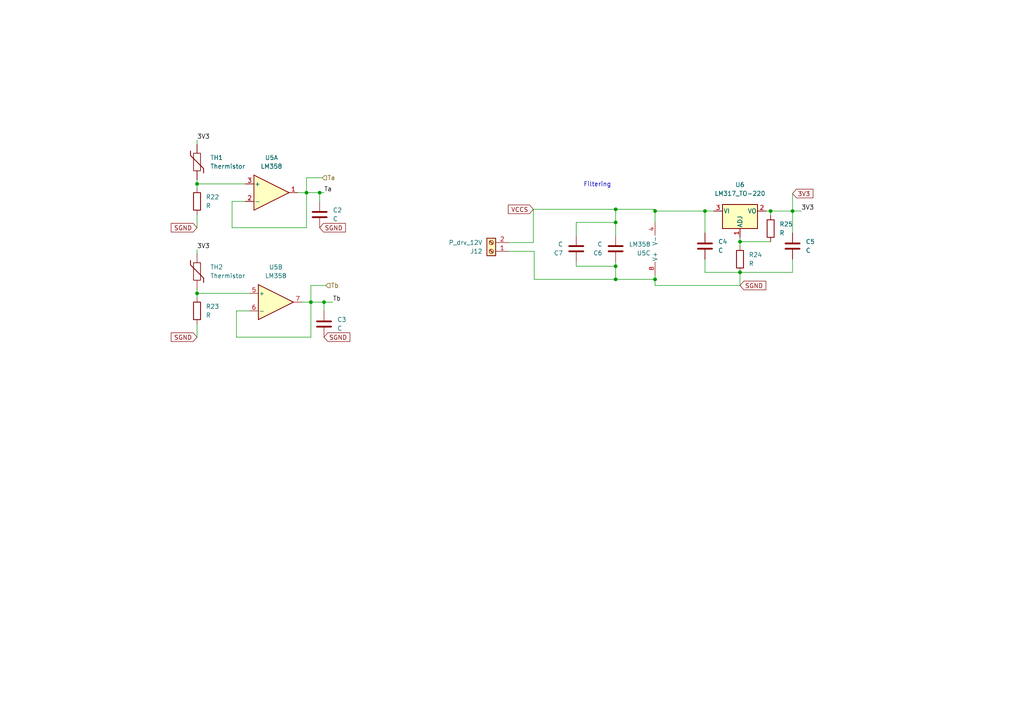
<source format=kicad_sch>
(kicad_sch (version 20211123) (generator eeschema)

  (uuid cc4f50b4-a363-4ba0-9d8d-292ffde21883)

  (paper "A4")

  (title_block
    (title "Driver_board 3 phase inverter 6 Channel")
    (date "2022-09-01")
    (rev "2")
    (company "Designed By - Yawar Badri")
    (comment 3 "600V | 1200V | 600V")
  )

  (lib_symbols
    (symbol "Amplifier_Operational:LM358" (pin_names (offset 0.127)) (in_bom yes) (on_board yes)
      (property "Reference" "U" (id 0) (at 0 5.08 0)
        (effects (font (size 1.27 1.27)) (justify left))
      )
      (property "Value" "LM358" (id 1) (at 0 -5.08 0)
        (effects (font (size 1.27 1.27)) (justify left))
      )
      (property "Footprint" "" (id 2) (at 0 0 0)
        (effects (font (size 1.27 1.27)) hide)
      )
      (property "Datasheet" "http://www.ti.com/lit/ds/symlink/lm2904-n.pdf" (id 3) (at 0 0 0)
        (effects (font (size 1.27 1.27)) hide)
      )
      (property "ki_locked" "" (id 4) (at 0 0 0)
        (effects (font (size 1.27 1.27)))
      )
      (property "ki_keywords" "dual opamp" (id 5) (at 0 0 0)
        (effects (font (size 1.27 1.27)) hide)
      )
      (property "ki_description" "Low-Power, Dual Operational Amplifiers, DIP-8/SOIC-8/TO-99-8" (id 6) (at 0 0 0)
        (effects (font (size 1.27 1.27)) hide)
      )
      (property "ki_fp_filters" "SOIC*3.9x4.9mm*P1.27mm* DIP*W7.62mm* TO*99* OnSemi*Micro8* TSSOP*3x3mm*P0.65mm* TSSOP*4.4x3mm*P0.65mm* MSOP*3x3mm*P0.65mm* SSOP*3.9x4.9mm*P0.635mm* LFCSP*2x2mm*P0.5mm* *SIP* SOIC*5.3x6.2mm*P1.27mm*" (id 7) (at 0 0 0)
        (effects (font (size 1.27 1.27)) hide)
      )
      (symbol "LM358_1_1"
        (polyline
          (pts
            (xy -5.08 5.08)
            (xy 5.08 0)
            (xy -5.08 -5.08)
            (xy -5.08 5.08)
          )
          (stroke (width 0.254) (type default) (color 0 0 0 0))
          (fill (type background))
        )
        (pin output line (at 7.62 0 180) (length 2.54)
          (name "~" (effects (font (size 1.27 1.27))))
          (number "1" (effects (font (size 1.27 1.27))))
        )
        (pin input line (at -7.62 -2.54 0) (length 2.54)
          (name "-" (effects (font (size 1.27 1.27))))
          (number "2" (effects (font (size 1.27 1.27))))
        )
        (pin input line (at -7.62 2.54 0) (length 2.54)
          (name "+" (effects (font (size 1.27 1.27))))
          (number "3" (effects (font (size 1.27 1.27))))
        )
      )
      (symbol "LM358_2_1"
        (polyline
          (pts
            (xy -5.08 5.08)
            (xy 5.08 0)
            (xy -5.08 -5.08)
            (xy -5.08 5.08)
          )
          (stroke (width 0.254) (type default) (color 0 0 0 0))
          (fill (type background))
        )
        (pin input line (at -7.62 2.54 0) (length 2.54)
          (name "+" (effects (font (size 1.27 1.27))))
          (number "5" (effects (font (size 1.27 1.27))))
        )
        (pin input line (at -7.62 -2.54 0) (length 2.54)
          (name "-" (effects (font (size 1.27 1.27))))
          (number "6" (effects (font (size 1.27 1.27))))
        )
        (pin output line (at 7.62 0 180) (length 2.54)
          (name "~" (effects (font (size 1.27 1.27))))
          (number "7" (effects (font (size 1.27 1.27))))
        )
      )
      (symbol "LM358_3_1"
        (pin power_in line (at -2.54 -7.62 90) (length 3.81)
          (name "V-" (effects (font (size 1.27 1.27))))
          (number "4" (effects (font (size 1.27 1.27))))
        )
        (pin power_in line (at -2.54 7.62 270) (length 3.81)
          (name "V+" (effects (font (size 1.27 1.27))))
          (number "8" (effects (font (size 1.27 1.27))))
        )
      )
    )
    (symbol "Connector:Screw_Terminal_01x02" (pin_names (offset 1.016) hide) (in_bom yes) (on_board yes)
      (property "Reference" "J" (id 0) (at 0 2.54 0)
        (effects (font (size 1.27 1.27)))
      )
      (property "Value" "Screw_Terminal_01x02" (id 1) (at 0 -5.08 0)
        (effects (font (size 1.27 1.27)))
      )
      (property "Footprint" "" (id 2) (at 0 0 0)
        (effects (font (size 1.27 1.27)) hide)
      )
      (property "Datasheet" "~" (id 3) (at 0 0 0)
        (effects (font (size 1.27 1.27)) hide)
      )
      (property "ki_keywords" "screw terminal" (id 4) (at 0 0 0)
        (effects (font (size 1.27 1.27)) hide)
      )
      (property "ki_description" "Generic screw terminal, single row, 01x02, script generated (kicad-library-utils/schlib/autogen/connector/)" (id 5) (at 0 0 0)
        (effects (font (size 1.27 1.27)) hide)
      )
      (property "ki_fp_filters" "TerminalBlock*:*" (id 6) (at 0 0 0)
        (effects (font (size 1.27 1.27)) hide)
      )
      (symbol "Screw_Terminal_01x02_1_1"
        (rectangle (start -1.27 1.27) (end 1.27 -3.81)
          (stroke (width 0.254) (type default) (color 0 0 0 0))
          (fill (type background))
        )
        (circle (center 0 -2.54) (radius 0.635)
          (stroke (width 0.1524) (type default) (color 0 0 0 0))
          (fill (type none))
        )
        (polyline
          (pts
            (xy -0.5334 -2.2098)
            (xy 0.3302 -3.048)
          )
          (stroke (width 0.1524) (type default) (color 0 0 0 0))
          (fill (type none))
        )
        (polyline
          (pts
            (xy -0.5334 0.3302)
            (xy 0.3302 -0.508)
          )
          (stroke (width 0.1524) (type default) (color 0 0 0 0))
          (fill (type none))
        )
        (polyline
          (pts
            (xy -0.3556 -2.032)
            (xy 0.508 -2.8702)
          )
          (stroke (width 0.1524) (type default) (color 0 0 0 0))
          (fill (type none))
        )
        (polyline
          (pts
            (xy -0.3556 0.508)
            (xy 0.508 -0.3302)
          )
          (stroke (width 0.1524) (type default) (color 0 0 0 0))
          (fill (type none))
        )
        (circle (center 0 0) (radius 0.635)
          (stroke (width 0.1524) (type default) (color 0 0 0 0))
          (fill (type none))
        )
        (pin passive line (at -5.08 0 0) (length 3.81)
          (name "Pin_1" (effects (font (size 1.27 1.27))))
          (number "1" (effects (font (size 1.27 1.27))))
        )
        (pin passive line (at -5.08 -2.54 0) (length 3.81)
          (name "Pin_2" (effects (font (size 1.27 1.27))))
          (number "2" (effects (font (size 1.27 1.27))))
        )
      )
    )
    (symbol "Device:C" (pin_numbers hide) (pin_names (offset 0.254)) (in_bom yes) (on_board yes)
      (property "Reference" "C" (id 0) (at 0.635 2.54 0)
        (effects (font (size 1.27 1.27)) (justify left))
      )
      (property "Value" "C" (id 1) (at 0.635 -2.54 0)
        (effects (font (size 1.27 1.27)) (justify left))
      )
      (property "Footprint" "" (id 2) (at 0.9652 -3.81 0)
        (effects (font (size 1.27 1.27)) hide)
      )
      (property "Datasheet" "~" (id 3) (at 0 0 0)
        (effects (font (size 1.27 1.27)) hide)
      )
      (property "ki_keywords" "cap capacitor" (id 4) (at 0 0 0)
        (effects (font (size 1.27 1.27)) hide)
      )
      (property "ki_description" "Unpolarized capacitor" (id 5) (at 0 0 0)
        (effects (font (size 1.27 1.27)) hide)
      )
      (property "ki_fp_filters" "C_*" (id 6) (at 0 0 0)
        (effects (font (size 1.27 1.27)) hide)
      )
      (symbol "C_0_1"
        (polyline
          (pts
            (xy -2.032 -0.762)
            (xy 2.032 -0.762)
          )
          (stroke (width 0.508) (type default) (color 0 0 0 0))
          (fill (type none))
        )
        (polyline
          (pts
            (xy -2.032 0.762)
            (xy 2.032 0.762)
          )
          (stroke (width 0.508) (type default) (color 0 0 0 0))
          (fill (type none))
        )
      )
      (symbol "C_1_1"
        (pin passive line (at 0 3.81 270) (length 2.794)
          (name "~" (effects (font (size 1.27 1.27))))
          (number "1" (effects (font (size 1.27 1.27))))
        )
        (pin passive line (at 0 -3.81 90) (length 2.794)
          (name "~" (effects (font (size 1.27 1.27))))
          (number "2" (effects (font (size 1.27 1.27))))
        )
      )
    )
    (symbol "Device:R" (pin_numbers hide) (pin_names (offset 0)) (in_bom yes) (on_board yes)
      (property "Reference" "R" (id 0) (at 2.032 0 90)
        (effects (font (size 1.27 1.27)))
      )
      (property "Value" "R" (id 1) (at 0 0 90)
        (effects (font (size 1.27 1.27)))
      )
      (property "Footprint" "" (id 2) (at -1.778 0 90)
        (effects (font (size 1.27 1.27)) hide)
      )
      (property "Datasheet" "~" (id 3) (at 0 0 0)
        (effects (font (size 1.27 1.27)) hide)
      )
      (property "ki_keywords" "R res resistor" (id 4) (at 0 0 0)
        (effects (font (size 1.27 1.27)) hide)
      )
      (property "ki_description" "Resistor" (id 5) (at 0 0 0)
        (effects (font (size 1.27 1.27)) hide)
      )
      (property "ki_fp_filters" "R_*" (id 6) (at 0 0 0)
        (effects (font (size 1.27 1.27)) hide)
      )
      (symbol "R_0_1"
        (rectangle (start -1.016 -2.54) (end 1.016 2.54)
          (stroke (width 0.254) (type default) (color 0 0 0 0))
          (fill (type none))
        )
      )
      (symbol "R_1_1"
        (pin passive line (at 0 3.81 270) (length 1.27)
          (name "~" (effects (font (size 1.27 1.27))))
          (number "1" (effects (font (size 1.27 1.27))))
        )
        (pin passive line (at 0 -3.81 90) (length 1.27)
          (name "~" (effects (font (size 1.27 1.27))))
          (number "2" (effects (font (size 1.27 1.27))))
        )
      )
    )
    (symbol "Device:Thermistor" (pin_numbers hide) (pin_names (offset 0)) (in_bom yes) (on_board yes)
      (property "Reference" "TH" (id 0) (at 2.54 1.27 90)
        (effects (font (size 1.27 1.27)))
      )
      (property "Value" "Thermistor" (id 1) (at -2.54 0 90)
        (effects (font (size 1.27 1.27)) (justify bottom))
      )
      (property "Footprint" "" (id 2) (at 0 0 0)
        (effects (font (size 1.27 1.27)) hide)
      )
      (property "Datasheet" "~" (id 3) (at 0 0 0)
        (effects (font (size 1.27 1.27)) hide)
      )
      (property "ki_keywords" "R res thermistor" (id 4) (at 0 0 0)
        (effects (font (size 1.27 1.27)) hide)
      )
      (property "ki_description" "Temperature dependent resistor" (id 5) (at 0 0 0)
        (effects (font (size 1.27 1.27)) hide)
      )
      (property "ki_fp_filters" "R_*" (id 6) (at 0 0 0)
        (effects (font (size 1.27 1.27)) hide)
      )
      (symbol "Thermistor_0_1"
        (rectangle (start -1.016 2.54) (end 1.016 -2.54)
          (stroke (width 0.2032) (type default) (color 0 0 0 0))
          (fill (type none))
        )
        (polyline
          (pts
            (xy -1.905 3.175)
            (xy -1.905 1.905)
            (xy 1.905 -1.905)
            (xy 1.905 -3.175)
            (xy 1.905 -3.175)
          )
          (stroke (width 0.254) (type default) (color 0 0 0 0))
          (fill (type none))
        )
      )
      (symbol "Thermistor_1_1"
        (pin passive line (at 0 5.08 270) (length 2.54)
          (name "~" (effects (font (size 1.27 1.27))))
          (number "1" (effects (font (size 1.27 1.27))))
        )
        (pin passive line (at 0 -5.08 90) (length 2.54)
          (name "~" (effects (font (size 1.27 1.27))))
          (number "2" (effects (font (size 1.27 1.27))))
        )
      )
    )
    (symbol "Regulator_Linear:LM317_TO-220" (pin_names (offset 0.254)) (in_bom yes) (on_board yes)
      (property "Reference" "U" (id 0) (at -3.81 3.175 0)
        (effects (font (size 1.27 1.27)))
      )
      (property "Value" "LM317_TO-220" (id 1) (at 0 3.175 0)
        (effects (font (size 1.27 1.27)) (justify left))
      )
      (property "Footprint" "Package_TO_SOT_THT:TO-220-3_Vertical" (id 2) (at 0 6.35 0)
        (effects (font (size 1.27 1.27) italic) hide)
      )
      (property "Datasheet" "http://www.ti.com/lit/ds/symlink/lm317.pdf" (id 3) (at 0 0 0)
        (effects (font (size 1.27 1.27)) hide)
      )
      (property "ki_keywords" "Adjustable Voltage Regulator 1A Positive" (id 4) (at 0 0 0)
        (effects (font (size 1.27 1.27)) hide)
      )
      (property "ki_description" "1.5A 35V Adjustable Linear Regulator, TO-220" (id 5) (at 0 0 0)
        (effects (font (size 1.27 1.27)) hide)
      )
      (property "ki_fp_filters" "TO?220*" (id 6) (at 0 0 0)
        (effects (font (size 1.27 1.27)) hide)
      )
      (symbol "LM317_TO-220_0_1"
        (rectangle (start -5.08 1.905) (end 5.08 -5.08)
          (stroke (width 0.254) (type default) (color 0 0 0 0))
          (fill (type background))
        )
      )
      (symbol "LM317_TO-220_1_1"
        (pin input line (at 0 -7.62 90) (length 2.54)
          (name "ADJ" (effects (font (size 1.27 1.27))))
          (number "1" (effects (font (size 1.27 1.27))))
        )
        (pin power_out line (at 7.62 0 180) (length 2.54)
          (name "VO" (effects (font (size 1.27 1.27))))
          (number "2" (effects (font (size 1.27 1.27))))
        )
        (pin power_in line (at -7.62 0 0) (length 2.54)
          (name "VI" (effects (font (size 1.27 1.27))))
          (number "3" (effects (font (size 1.27 1.27))))
        )
      )
    )
  )

  (junction (at 57.15 85.09) (diameter 0) (color 0 0 0 0)
    (uuid 019433e6-3388-4578-9669-351c22b53bc0)
  )
  (junction (at 178.562 81.026) (diameter 0) (color 0 0 0 0)
    (uuid 0d536ac8-49a3-454e-8ec8-c21ffc728df1)
  )
  (junction (at 178.562 60.706) (diameter 0) (color 0 0 0 0)
    (uuid 1238f270-d130-4535-ac12-8c4be7fb69a8)
  )
  (junction (at 93.98 87.63) (diameter 0) (color 0 0 0 0)
    (uuid 339e7178-d6cb-4b8b-9672-a9d66661e8d9)
  )
  (junction (at 223.52 61.214) (diameter 0) (color 0 0 0 0)
    (uuid 379ed6d1-bb5f-4539-aa89-b62a72b56ddb)
  )
  (junction (at 229.87 61.214) (diameter 0) (color 0 0 0 0)
    (uuid 48c7f521-89cd-40f4-81af-54f58e8863d8)
  )
  (junction (at 88.9 55.88) (diameter 0) (color 0 0 0 0)
    (uuid 4d9e036b-f019-4a6d-8a1e-31acd2da9c38)
  )
  (junction (at 92.71 55.88) (diameter 0) (color 0 0 0 0)
    (uuid 4e92f854-9924-4b75-ba05-0cda66ece730)
  )
  (junction (at 57.15 53.34) (diameter 0) (color 0 0 0 0)
    (uuid 4e930eb5-98fa-430c-91fa-56a17722aebc)
  )
  (junction (at 204.47 61.214) (diameter 0) (color 0 0 0 0)
    (uuid 54abe001-91ba-4e6d-ace7-7bef496ad2ea)
  )
  (junction (at 189.992 81.026) (diameter 0) (color 0 0 0 0)
    (uuid 54dbe6ec-a95f-44cf-a517-b2932a396bd4)
  )
  (junction (at 178.562 77.216) (diameter 0) (color 0 0 0 0)
    (uuid 6869b4af-92d3-4f38-a5aa-905a97a6f751)
  )
  (junction (at 178.562 64.516) (diameter 0) (color 0 0 0 0)
    (uuid 757890b9-9217-4f19-bba4-7a684cebc847)
  )
  (junction (at 189.992 61.214) (diameter 0) (color 0 0 0 0)
    (uuid 951f66a6-5f53-47ee-a061-821397f5b2d6)
  )
  (junction (at 90.17 87.63) (diameter 0) (color 0 0 0 0)
    (uuid af270e44-c94e-498b-b3a2-28aa27611166)
  )
  (junction (at 214.63 70.104) (diameter 0) (color 0 0 0 0)
    (uuid cbadd214-4d0e-4df7-abce-caaba3397faa)
  )
  (junction (at 214.63 78.994) (diameter 0) (color 0 0 0 0)
    (uuid cfd2e184-88d3-49ea-ace1-5d95369e1980)
  )

  (wire (pts (xy 94.488 82.804) (xy 90.17 82.804))
    (stroke (width 0) (type default) (color 0 0 0 0))
    (uuid 011f128d-dc10-46a5-af09-3b8c96a2f5ba)
  )
  (wire (pts (xy 204.47 75.184) (xy 204.47 78.994))
    (stroke (width 0) (type default) (color 0 0 0 0))
    (uuid 07cf19eb-82c9-49ba-a926-088006ee3855)
  )
  (wire (pts (xy 214.63 82.804) (xy 189.992 82.804))
    (stroke (width 0) (type default) (color 0 0 0 0))
    (uuid 08c0d965-2f5e-4ada-b140-db3302bf53d3)
  )
  (wire (pts (xy 147.574 72.898) (xy 154.94 72.898))
    (stroke (width 0) (type default) (color 0 0 0 0))
    (uuid 0a85ff96-ed91-4cfd-9cfb-0696de7df8ce)
  )
  (wire (pts (xy 154.686 60.706) (xy 154.686 70.358))
    (stroke (width 0) (type default) (color 0 0 0 0))
    (uuid 0a8f8a4f-8ec9-4b11-be94-fd8e3caf582e)
  )
  (wire (pts (xy 88.9 55.88) (xy 86.36 55.88))
    (stroke (width 0) (type default) (color 0 0 0 0))
    (uuid 10628458-148c-4105-8539-2da6d57908f9)
  )
  (wire (pts (xy 229.87 61.214) (xy 232.41 61.214))
    (stroke (width 0) (type default) (color 0 0 0 0))
    (uuid 13d23c4d-fd30-472e-962f-8ef7ab44774f)
  )
  (wire (pts (xy 57.15 72.39) (xy 57.15 73.66))
    (stroke (width 0) (type default) (color 0 0 0 0))
    (uuid 17d943a8-b543-4925-bb84-d71a3fae1442)
  )
  (wire (pts (xy 214.63 70.104) (xy 223.52 70.104))
    (stroke (width 0) (type default) (color 0 0 0 0))
    (uuid 1814b5d2-c29b-4106-84e1-2087368f767e)
  )
  (wire (pts (xy 229.87 75.184) (xy 229.87 78.994))
    (stroke (width 0) (type default) (color 0 0 0 0))
    (uuid 1d212e42-129c-48f5-abb2-ddd0e20faa6f)
  )
  (wire (pts (xy 68.58 90.17) (xy 68.58 97.79))
    (stroke (width 0) (type default) (color 0 0 0 0))
    (uuid 1d934b79-4091-4bcf-9ef7-7d7140fb989e)
  )
  (wire (pts (xy 57.15 85.09) (xy 57.15 86.36))
    (stroke (width 0) (type default) (color 0 0 0 0))
    (uuid 21b5b696-8e6b-4b37-87fb-eee6f8953bdc)
  )
  (wire (pts (xy 57.15 53.34) (xy 57.15 54.61))
    (stroke (width 0) (type default) (color 0 0 0 0))
    (uuid 280c0c95-d825-4ad1-821d-8c62492a72d8)
  )
  (wire (pts (xy 204.47 61.214) (xy 207.01 61.214))
    (stroke (width 0) (type default) (color 0 0 0 0))
    (uuid 2905bf67-283d-4098-aeb1-7bd5f1d12ef0)
  )
  (wire (pts (xy 223.52 61.214) (xy 229.87 61.214))
    (stroke (width 0) (type default) (color 0 0 0 0))
    (uuid 2b60c6bf-e595-4baf-943c-600306e0133f)
  )
  (wire (pts (xy 57.15 52.07) (xy 57.15 53.34))
    (stroke (width 0) (type default) (color 0 0 0 0))
    (uuid 36ffa143-035e-4f0a-a26f-6db1748a9e88)
  )
  (wire (pts (xy 178.562 64.516) (xy 167.132 64.516))
    (stroke (width 0) (type default) (color 0 0 0 0))
    (uuid 37bc3c92-36cc-456d-979e-291e6e470ba0)
  )
  (wire (pts (xy 229.87 61.214) (xy 229.87 67.564))
    (stroke (width 0) (type default) (color 0 0 0 0))
    (uuid 380e93be-a23c-4191-ac9e-352d2723eba1)
  )
  (wire (pts (xy 90.17 97.79) (xy 90.17 87.63))
    (stroke (width 0) (type default) (color 0 0 0 0))
    (uuid 3be91be7-acf7-4349-b79d-7710de765c53)
  )
  (wire (pts (xy 222.25 61.214) (xy 223.52 61.214))
    (stroke (width 0) (type default) (color 0 0 0 0))
    (uuid 427b8cd1-5749-400a-bc39-15bd5913f798)
  )
  (wire (pts (xy 214.63 82.804) (xy 214.63 78.994))
    (stroke (width 0) (type default) (color 0 0 0 0))
    (uuid 4324c57a-0c1a-4eb7-b32e-65937a6c0e46)
  )
  (wire (pts (xy 167.132 64.516) (xy 167.132 68.326))
    (stroke (width 0) (type default) (color 0 0 0 0))
    (uuid 4575719e-9555-44f1-96a8-0fd74f71b490)
  )
  (wire (pts (xy 178.562 81.026) (xy 178.562 77.216))
    (stroke (width 0) (type default) (color 0 0 0 0))
    (uuid 463216db-6ce4-4bc3-b911-4f398f30cd69)
  )
  (wire (pts (xy 204.47 61.214) (xy 204.47 67.564))
    (stroke (width 0) (type default) (color 0 0 0 0))
    (uuid 467473df-c6d6-48a9-8d48-7c7f74bc0e1e)
  )
  (wire (pts (xy 90.17 82.804) (xy 90.17 87.63))
    (stroke (width 0) (type default) (color 0 0 0 0))
    (uuid 4909eb18-dc20-4813-9983-1452e243ca71)
  )
  (wire (pts (xy 189.992 81.026) (xy 178.562 81.026))
    (stroke (width 0) (type default) (color 0 0 0 0))
    (uuid 4d296a3c-dfcf-492d-b542-b14965970d10)
  )
  (wire (pts (xy 214.63 70.104) (xy 214.63 68.834))
    (stroke (width 0) (type default) (color 0 0 0 0))
    (uuid 4e28edef-2117-40b5-8ceb-0a8f9d13f7ad)
  )
  (wire (pts (xy 57.15 93.98) (xy 57.15 97.79))
    (stroke (width 0) (type default) (color 0 0 0 0))
    (uuid 50cd41a3-9505-441b-b3c7-29292d64f994)
  )
  (wire (pts (xy 223.52 62.484) (xy 223.52 61.214))
    (stroke (width 0) (type default) (color 0 0 0 0))
    (uuid 56711ac4-81b6-43ac-9174-c09a34ffd810)
  )
  (wire (pts (xy 87.63 87.63) (xy 90.17 87.63))
    (stroke (width 0) (type default) (color 0 0 0 0))
    (uuid 5fe32b11-9bb1-4f56-8aab-eff76df890ba)
  )
  (wire (pts (xy 178.562 60.706) (xy 154.686 60.706))
    (stroke (width 0) (type default) (color 0 0 0 0))
    (uuid 66dc878d-fa12-420a-bdab-0b0d34186c87)
  )
  (wire (pts (xy 68.58 97.79) (xy 90.17 97.79))
    (stroke (width 0) (type default) (color 0 0 0 0))
    (uuid 76c583b8-db31-41ff-8640-ddf3cf9eb694)
  )
  (wire (pts (xy 57.15 83.82) (xy 57.15 85.09))
    (stroke (width 0) (type default) (color 0 0 0 0))
    (uuid 797b2bba-368f-49f9-9ac7-52ffbea1eaaa)
  )
  (wire (pts (xy 88.9 55.88) (xy 92.71 55.88))
    (stroke (width 0) (type default) (color 0 0 0 0))
    (uuid 82d88679-d852-43ea-9a97-80a191fee616)
  )
  (wire (pts (xy 90.17 87.63) (xy 93.98 87.63))
    (stroke (width 0) (type default) (color 0 0 0 0))
    (uuid 83275213-e85f-4d09-a6f1-7ce90bac8f58)
  )
  (wire (pts (xy 72.39 90.17) (xy 68.58 90.17))
    (stroke (width 0) (type default) (color 0 0 0 0))
    (uuid 895ee66a-0c77-4eb7-8972-b23860bc619c)
  )
  (wire (pts (xy 92.71 55.88) (xy 92.71 58.42))
    (stroke (width 0) (type default) (color 0 0 0 0))
    (uuid 8c28c87e-cf25-4e32-b913-171f985e4e59)
  )
  (wire (pts (xy 67.31 66.04) (xy 88.9 66.04))
    (stroke (width 0) (type default) (color 0 0 0 0))
    (uuid 8d3c2cda-2844-4b35-af2c-cfafce571928)
  )
  (wire (pts (xy 167.132 75.946) (xy 167.132 77.216))
    (stroke (width 0) (type default) (color 0 0 0 0))
    (uuid 91aa664e-247c-4429-957d-92a4d6dae749)
  )
  (wire (pts (xy 189.992 64.516) (xy 189.992 61.214))
    (stroke (width 0) (type default) (color 0 0 0 0))
    (uuid 944927b0-15ba-4005-b70a-69c2f39291ba)
  )
  (wire (pts (xy 178.562 64.516) (xy 178.562 60.706))
    (stroke (width 0) (type default) (color 0 0 0 0))
    (uuid 9a3ad477-cd5d-4e76-b39a-73d30c484a9b)
  )
  (wire (pts (xy 57.15 62.23) (xy 57.15 66.04))
    (stroke (width 0) (type default) (color 0 0 0 0))
    (uuid 9a8f5b28-c79d-4283-b537-f5a58b776cdd)
  )
  (wire (pts (xy 88.9 66.04) (xy 88.9 55.88))
    (stroke (width 0) (type default) (color 0 0 0 0))
    (uuid 9c415f79-d6c0-43eb-adae-5f097d2d46f6)
  )
  (wire (pts (xy 57.15 40.64) (xy 57.15 41.91))
    (stroke (width 0) (type default) (color 0 0 0 0))
    (uuid 9d454a13-7648-49b5-95a1-c3530dcad17c)
  )
  (wire (pts (xy 93.472 51.562) (xy 88.9 51.562))
    (stroke (width 0) (type default) (color 0 0 0 0))
    (uuid 9d946fa7-4855-4433-9821-5620ab086af0)
  )
  (wire (pts (xy 178.562 77.216) (xy 167.132 77.216))
    (stroke (width 0) (type default) (color 0 0 0 0))
    (uuid 9db7ac87-4ceb-48ad-99d3-c464a3218bd3)
  )
  (wire (pts (xy 189.992 61.214) (xy 204.47 61.214))
    (stroke (width 0) (type default) (color 0 0 0 0))
    (uuid 9fc71794-bd34-404f-b2bf-fbd99c091ff8)
  )
  (wire (pts (xy 92.71 55.88) (xy 93.98 55.88))
    (stroke (width 0) (type default) (color 0 0 0 0))
    (uuid a092a166-c25a-49f4-8097-9b82cb46f834)
  )
  (wire (pts (xy 189.992 82.804) (xy 189.992 81.026))
    (stroke (width 0) (type default) (color 0 0 0 0))
    (uuid a4182c8a-c738-4690-9ae8-95871d12ff39)
  )
  (wire (pts (xy 214.63 71.374) (xy 214.63 70.104))
    (stroke (width 0) (type default) (color 0 0 0 0))
    (uuid af4782b6-37a5-400f-8446-daf53b8807d6)
  )
  (wire (pts (xy 71.12 58.42) (xy 67.31 58.42))
    (stroke (width 0) (type default) (color 0 0 0 0))
    (uuid b2f9c84d-46f0-43f9-8075-21df8a0ed5e4)
  )
  (wire (pts (xy 178.562 77.216) (xy 178.562 75.946))
    (stroke (width 0) (type default) (color 0 0 0 0))
    (uuid b902170c-fe31-4581-ae95-007f6338c1c8)
  )
  (wire (pts (xy 57.15 53.34) (xy 71.12 53.34))
    (stroke (width 0) (type default) (color 0 0 0 0))
    (uuid b9d0f9a7-ed10-4cf9-bf05-10cef4497ca0)
  )
  (wire (pts (xy 88.9 51.562) (xy 88.9 55.88))
    (stroke (width 0) (type default) (color 0 0 0 0))
    (uuid bb456900-7812-498b-bf90-872c89cf6112)
  )
  (wire (pts (xy 154.94 81.026) (xy 178.562 81.026))
    (stroke (width 0) (type default) (color 0 0 0 0))
    (uuid c2315530-2ebd-4678-8598-7f44928cfd46)
  )
  (wire (pts (xy 93.98 87.63) (xy 96.52 87.63))
    (stroke (width 0) (type default) (color 0 0 0 0))
    (uuid c651fcf0-ca8b-4b73-8a14-8546c5689bea)
  )
  (wire (pts (xy 189.992 79.756) (xy 189.992 81.026))
    (stroke (width 0) (type default) (color 0 0 0 0))
    (uuid c78b067f-13d3-430f-81cb-6e46629034f5)
  )
  (wire (pts (xy 57.15 85.09) (xy 72.39 85.09))
    (stroke (width 0) (type default) (color 0 0 0 0))
    (uuid c920d119-6bc0-4064-bab1-3c0da87f505e)
  )
  (wire (pts (xy 214.63 78.994) (xy 229.87 78.994))
    (stroke (width 0) (type default) (color 0 0 0 0))
    (uuid cc2710ed-e80f-497b-9895-92a432c1c203)
  )
  (wire (pts (xy 67.31 58.42) (xy 67.31 66.04))
    (stroke (width 0) (type default) (color 0 0 0 0))
    (uuid ce2fa103-7904-4b11-a46b-6ec0fe088476)
  )
  (wire (pts (xy 229.87 56.134) (xy 229.87 61.214))
    (stroke (width 0) (type default) (color 0 0 0 0))
    (uuid d31d5adc-be2b-45ec-ab75-41adfbe8ed4b)
  )
  (wire (pts (xy 93.98 87.63) (xy 93.98 90.17))
    (stroke (width 0) (type default) (color 0 0 0 0))
    (uuid d491adb3-06be-4476-bb1c-f84edf5f102a)
  )
  (wire (pts (xy 154.94 72.898) (xy 154.94 81.026))
    (stroke (width 0) (type default) (color 0 0 0 0))
    (uuid dca8640e-c801-49c0-9749-d6c7ab12297f)
  )
  (wire (pts (xy 204.47 78.994) (xy 214.63 78.994))
    (stroke (width 0) (type default) (color 0 0 0 0))
    (uuid e0c18215-d259-4baf-8186-94dc11dae16f)
  )
  (wire (pts (xy 189.992 61.214) (xy 189.992 60.706))
    (stroke (width 0) (type default) (color 0 0 0 0))
    (uuid e59af27f-b8ee-44e2-86d2-3e8e595565da)
  )
  (wire (pts (xy 189.992 60.706) (xy 178.562 60.706))
    (stroke (width 0) (type default) (color 0 0 0 0))
    (uuid fb16d96e-12ab-4a14-8450-9bdcab8db452)
  )
  (wire (pts (xy 154.686 70.358) (xy 147.574 70.358))
    (stroke (width 0) (type default) (color 0 0 0 0))
    (uuid fd69110a-05fa-4a7a-b1a5-1c19e2f8f886)
  )
  (wire (pts (xy 178.562 68.326) (xy 178.562 64.516))
    (stroke (width 0) (type default) (color 0 0 0 0))
    (uuid ff81ce31-cf4c-4c66-b7c2-4a255e9a728f)
  )

  (text "Filtering" (at 177.292 54.356 180)
    (effects (font (size 1.27 1.27)) (justify right bottom))
    (uuid 755b1244-7c50-4016-9d5e-a6535cb2781e)
  )

  (label "3V3" (at 57.15 40.64 0)
    (effects (font (size 1.27 1.27)) (justify left bottom))
    (uuid 169c2e1d-d537-47c7-80c7-3b3605add8ca)
  )
  (label "Tb" (at 96.52 87.63 0)
    (effects (font (size 1.27 1.27)) (justify left bottom))
    (uuid 21463afe-4eb3-47bf-8efe-962c7632feb1)
  )
  (label "3V3" (at 232.41 61.214 0)
    (effects (font (size 1.27 1.27)) (justify left bottom))
    (uuid 2ed33713-452c-4a16-b30d-6a2848d8b9b1)
  )
  (label "3V3" (at 57.15 72.39 0)
    (effects (font (size 1.27 1.27)) (justify left bottom))
    (uuid a2d21cec-ffa8-42f0-b2d8-0098596274c9)
  )
  (label "Ta" (at 93.98 55.88 0)
    (effects (font (size 1.27 1.27)) (justify left bottom))
    (uuid a85af257-f182-40b1-8275-563807104dc8)
  )

  (global_label "SGND" (shape input) (at 214.63 82.804 0) (fields_autoplaced)
    (effects (font (size 1.27 1.27)) (justify left))
    (uuid 040dac4b-adc4-476b-b926-1aa642246048)
    (property "Intersheet References" "${INTERSHEET_REFS}" (id 0) (at 222.1231 82.7246 0)
      (effects (font (size 1.27 1.27)) (justify left) hide)
    )
  )
  (global_label "SGND" (shape input) (at 92.71 66.04 0) (fields_autoplaced)
    (effects (font (size 1.27 1.27)) (justify left))
    (uuid 0a12a52f-6ca6-4211-9412-50afee524f76)
    (property "Intersheet References" "${INTERSHEET_REFS}" (id 0) (at 100.2031 65.9606 0)
      (effects (font (size 1.27 1.27)) (justify left) hide)
    )
  )
  (global_label "VCCS" (shape input) (at 154.686 60.706 180) (fields_autoplaced)
    (effects (font (size 1.27 1.27)) (justify right))
    (uuid 80f119ae-df40-43f1-8f6c-72f6e7a51a6c)
    (property "Intersheet References" "${INTERSHEET_REFS}" (id 0) (at 147.4348 60.6266 0)
      (effects (font (size 1.27 1.27)) (justify right) hide)
    )
  )
  (global_label "SGND" (shape input) (at 93.98 97.79 0) (fields_autoplaced)
    (effects (font (size 1.27 1.27)) (justify left))
    (uuid 98288e56-d26b-4a6b-b5da-9c8505f6e5c3)
    (property "Intersheet References" "${INTERSHEET_REFS}" (id 0) (at 101.4731 97.7106 0)
      (effects (font (size 1.27 1.27)) (justify left) hide)
    )
  )
  (global_label "SGND" (shape input) (at 57.15 66.04 180) (fields_autoplaced)
    (effects (font (size 1.27 1.27)) (justify right))
    (uuid b1ae2e8f-5fa2-4339-8b2a-066bcc9377e2)
    (property "Intersheet References" "${INTERSHEET_REFS}" (id 0) (at 49.6569 66.1194 0)
      (effects (font (size 1.27 1.27)) (justify right) hide)
    )
  )
  (global_label "SGND" (shape input) (at 57.15 97.79 180) (fields_autoplaced)
    (effects (font (size 1.27 1.27)) (justify right))
    (uuid d95e3a26-d6cc-40af-b3cd-ca597bc3c083)
    (property "Intersheet References" "${INTERSHEET_REFS}" (id 0) (at 49.6569 97.8694 0)
      (effects (font (size 1.27 1.27)) (justify right) hide)
    )
  )
  (global_label "3V3" (shape input) (at 229.87 56.134 0) (fields_autoplaced)
    (effects (font (size 1.27 1.27)) (justify left))
    (uuid e6d92729-3983-4a68-b9de-d7685f6a5e79)
    (property "Intersheet References" "${INTERSHEET_REFS}" (id 0) (at 235.7907 56.0546 0)
      (effects (font (size 1.27 1.27)) (justify left) hide)
    )
  )

  (hierarchical_label "Ta" (shape input) (at 93.472 51.562 0)
    (effects (font (size 1.27 1.27)) (justify left))
    (uuid 37ee2ee5-5ff9-40e8-92ab-916139fab015)
  )
  (hierarchical_label "Tb" (shape input) (at 94.488 82.804 0)
    (effects (font (size 1.27 1.27)) (justify left))
    (uuid fd139142-05da-4c50-8a33-ae6a9be8379b)
  )

  (symbol (lib_id "Device:R") (at 214.63 75.184 0) (unit 1)
    (in_bom yes) (on_board yes) (fields_autoplaced)
    (uuid 14f97aef-011c-4a68-a916-f2a8aed0c569)
    (property "Reference" "R24" (id 0) (at 217.17 73.9139 0)
      (effects (font (size 1.27 1.27)) (justify left))
    )
    (property "Value" "R" (id 1) (at 217.17 76.4539 0)
      (effects (font (size 1.27 1.27)) (justify left))
    )
    (property "Footprint" "Resistor_THT:R_Axial_DIN0207_L6.3mm_D2.5mm_P7.62mm_Horizontal" (id 2) (at 212.852 75.184 90)
      (effects (font (size 1.27 1.27)) hide)
    )
    (property "Datasheet" "~" (id 3) (at 214.63 75.184 0)
      (effects (font (size 1.27 1.27)) hide)
    )
    (pin "1" (uuid 650c057e-d24a-42d6-9bea-56535cff5c1d))
    (pin "2" (uuid ddc16b1d-c41e-4fb3-9585-8b9e2c687d82))
  )

  (symbol (lib_id "Device:C") (at 229.87 71.374 0) (unit 1)
    (in_bom yes) (on_board yes) (fields_autoplaced)
    (uuid 17e9e9c4-df45-4305-9e3b-0dcad290b3da)
    (property "Reference" "C5" (id 0) (at 233.68 70.1039 0)
      (effects (font (size 1.27 1.27)) (justify left))
    )
    (property "Value" "C" (id 1) (at 233.68 72.6439 0)
      (effects (font (size 1.27 1.27)) (justify left))
    )
    (property "Footprint" "Capacitor_THT:CP_Radial_D7.5mm_P2.50mm" (id 2) (at 230.8352 75.184 0)
      (effects (font (size 1.27 1.27)) hide)
    )
    (property "Datasheet" "~" (id 3) (at 229.87 71.374 0)
      (effects (font (size 1.27 1.27)) hide)
    )
    (pin "1" (uuid 54a7ee34-49f2-4815-b417-918adb6f9004))
    (pin "2" (uuid cddadd46-3263-46d4-bb4d-2d46c2c2da6b))
  )

  (symbol (lib_id "Regulator_Linear:LM317_TO-220") (at 214.63 61.214 0) (unit 1)
    (in_bom yes) (on_board yes) (fields_autoplaced)
    (uuid 22406e25-c524-4de9-98be-1f9eb811f3c1)
    (property "Reference" "U6" (id 0) (at 214.63 53.594 0))
    (property "Value" "LM317_TO-220" (id 1) (at 214.63 56.134 0))
    (property "Footprint" "Package_TO_SOT_THT:TO-220-3_Vertical" (id 2) (at 214.63 54.864 0)
      (effects (font (size 1.27 1.27) italic) hide)
    )
    (property "Datasheet" "http://www.ti.com/lit/ds/symlink/lm317.pdf" (id 3) (at 214.63 61.214 0)
      (effects (font (size 1.27 1.27)) hide)
    )
    (pin "1" (uuid 420cc0b9-8aac-4f64-812c-e0a89adec843))
    (pin "2" (uuid 3bdb3b32-63de-42dc-9ca0-563baaa0bbf1))
    (pin "3" (uuid 58285e18-544b-4eef-ba92-77763b7b4486))
  )

  (symbol (lib_id "Amplifier_Operational:LM358") (at 80.01 87.63 0) (unit 2)
    (in_bom yes) (on_board yes) (fields_autoplaced)
    (uuid 2a9b7bf2-3c94-4d7d-ab54-b4cd25b44612)
    (property "Reference" "U5" (id 0) (at 80.01 77.47 0))
    (property "Value" "LM358" (id 1) (at 80.01 80.01 0))
    (property "Footprint" "Package_DIP:DIP-8_W7.62mm_LongPads" (id 2) (at 80.01 87.63 0)
      (effects (font (size 1.27 1.27)) hide)
    )
    (property "Datasheet" "http://www.ti.com/lit/ds/symlink/lm2904-n.pdf" (id 3) (at 80.01 87.63 0)
      (effects (font (size 1.27 1.27)) hide)
    )
    (pin "5" (uuid bbae27d4-5b5b-410c-a7ef-5c3c10fe3035))
    (pin "6" (uuid 4139471d-be68-41c4-b78c-949964b71bcd))
    (pin "7" (uuid 8d7ddbf9-1f5f-4f6e-a821-33b2b383703f))
  )

  (symbol (lib_id "Amplifier_Operational:LM358") (at 187.452 72.136 180) (unit 3)
    (in_bom yes) (on_board yes) (fields_autoplaced)
    (uuid 634fc9ad-88dc-4738-a74f-5c9ca40225b8)
    (property "Reference" "U5" (id 0) (at 188.722 73.4061 0)
      (effects (font (size 1.27 1.27)) (justify left))
    )
    (property "Value" "LM358" (id 1) (at 188.722 70.8661 0)
      (effects (font (size 1.27 1.27)) (justify left))
    )
    (property "Footprint" "Package_DIP:DIP-8_W7.62mm_LongPads" (id 2) (at 187.452 72.136 0)
      (effects (font (size 1.27 1.27)) hide)
    )
    (property "Datasheet" "http://www.ti.com/lit/ds/symlink/lm2904-n.pdf" (id 3) (at 187.452 72.136 0)
      (effects (font (size 1.27 1.27)) hide)
    )
    (pin "4" (uuid ffcbeec6-3ff2-44c0-b1a2-1cb5c8f09b7e))
    (pin "8" (uuid 1db271e8-b36d-402d-8c29-f9bad237add8))
  )

  (symbol (lib_id "Connector:Screw_Terminal_01x02") (at 142.494 72.898 180) (unit 1)
    (in_bom yes) (on_board yes) (fields_autoplaced)
    (uuid 64b3b2f1-e5b1-4158-bda6-841a7222f278)
    (property "Reference" "J12" (id 0) (at 139.954 72.8981 0)
      (effects (font (size 1.27 1.27)) (justify left))
    )
    (property "Value" "P_drv_12V" (id 1) (at 139.954 70.3581 0)
      (effects (font (size 1.27 1.27)) (justify left))
    )
    (property "Footprint" "TerminalBlock_Phoenix:TerminalBlock_Phoenix_MKDS-1,5-2_1x02_P5.00mm_Horizontal" (id 2) (at 142.494 72.898 0)
      (effects (font (size 1.27 1.27)) hide)
    )
    (property "Datasheet" "~" (id 3) (at 142.494 72.898 0)
      (effects (font (size 1.27 1.27)) hide)
    )
    (pin "1" (uuid a38def42-6f77-47c6-bf52-279ff94682a6))
    (pin "2" (uuid e648bce3-d5b6-4129-9a61-f50961d44dfa))
  )

  (symbol (lib_id "Device:R") (at 57.15 58.42 0) (unit 1)
    (in_bom yes) (on_board yes) (fields_autoplaced)
    (uuid 7354aa62-7f90-40d3-917b-dda44f4e7de7)
    (property "Reference" "R22" (id 0) (at 59.69 57.1499 0)
      (effects (font (size 1.27 1.27)) (justify left))
    )
    (property "Value" "R" (id 1) (at 59.69 59.6899 0)
      (effects (font (size 1.27 1.27)) (justify left))
    )
    (property "Footprint" "Resistor_THT:R_Axial_DIN0207_L6.3mm_D2.5mm_P7.62mm_Horizontal" (id 2) (at 55.372 58.42 90)
      (effects (font (size 1.27 1.27)) hide)
    )
    (property "Datasheet" "~" (id 3) (at 57.15 58.42 0)
      (effects (font (size 1.27 1.27)) hide)
    )
    (pin "1" (uuid 69759c79-48b3-4cbc-bf22-88d4eff193c1))
    (pin "2" (uuid 9ef920a5-5394-48fb-bd17-88cfa6d07f32))
  )

  (symbol (lib_id "Device:Thermistor") (at 57.15 46.99 0) (unit 1)
    (in_bom yes) (on_board yes) (fields_autoplaced)
    (uuid 7555ce2c-ffc1-4a5c-a750-6e7406c9b199)
    (property "Reference" "TH1" (id 0) (at 60.96 45.7199 0)
      (effects (font (size 1.27 1.27)) (justify left))
    )
    (property "Value" "Thermistor" (id 1) (at 60.96 48.2599 0)
      (effects (font (size 1.27 1.27)) (justify left))
    )
    (property "Footprint" "Resistor_THT:R_Axial_DIN0204_L3.6mm_D1.6mm_P5.08mm_Horizontal" (id 2) (at 57.15 46.99 0)
      (effects (font (size 1.27 1.27)) hide)
    )
    (property "Datasheet" "~" (id 3) (at 57.15 46.99 0)
      (effects (font (size 1.27 1.27)) hide)
    )
    (pin "1" (uuid 38621b48-203f-4ec2-b9a8-92fd239f73ac))
    (pin "2" (uuid e268a19d-c0ef-47b1-9825-434bdaafedc4))
  )

  (symbol (lib_id "Amplifier_Operational:LM358") (at 78.74 55.88 0) (unit 1)
    (in_bom yes) (on_board yes) (fields_autoplaced)
    (uuid 7be9741f-37bd-4bdb-8e5e-895852e1ae09)
    (property "Reference" "U5" (id 0) (at 78.74 45.72 0))
    (property "Value" "LM358" (id 1) (at 78.74 48.26 0))
    (property "Footprint" "Package_DIP:DIP-8_W7.62mm_LongPads" (id 2) (at 78.74 55.88 0)
      (effects (font (size 1.27 1.27)) hide)
    )
    (property "Datasheet" "http://www.ti.com/lit/ds/symlink/lm2904-n.pdf" (id 3) (at 78.74 55.88 0)
      (effects (font (size 1.27 1.27)) hide)
    )
    (pin "1" (uuid de95ca47-0c31-4f73-a45c-9447a6ce958e))
    (pin "2" (uuid 24f8543a-7a4a-455a-8ca5-f4bdbe8ee890))
    (pin "3" (uuid f6d486d0-cb30-486b-a972-0f8d40fc407e))
  )

  (symbol (lib_id "Device:C") (at 93.98 93.98 0) (unit 1)
    (in_bom yes) (on_board yes) (fields_autoplaced)
    (uuid 7d526455-8d3a-4a87-9344-5cfbaf586f3b)
    (property "Reference" "C3" (id 0) (at 97.79 92.7099 0)
      (effects (font (size 1.27 1.27)) (justify left))
    )
    (property "Value" "C" (id 1) (at 97.79 95.2499 0)
      (effects (font (size 1.27 1.27)) (justify left))
    )
    (property "Footprint" "Capacitor_THT:C_Disc_D4.3mm_W1.9mm_P5.00mm" (id 2) (at 94.9452 97.79 0)
      (effects (font (size 1.27 1.27)) hide)
    )
    (property "Datasheet" "~" (id 3) (at 93.98 93.98 0)
      (effects (font (size 1.27 1.27)) hide)
    )
    (pin "1" (uuid f7d148d3-e78b-4791-9792-8b1bb56a1a37))
    (pin "2" (uuid 5302cabc-cf87-485e-bb0c-0ac7d5625340))
  )

  (symbol (lib_id "Device:Thermistor") (at 57.15 78.74 0) (unit 1)
    (in_bom yes) (on_board yes) (fields_autoplaced)
    (uuid 826adf4a-e287-40f8-b490-02cc47beabad)
    (property "Reference" "TH2" (id 0) (at 60.96 77.4699 0)
      (effects (font (size 1.27 1.27)) (justify left))
    )
    (property "Value" "Thermistor" (id 1) (at 60.96 80.0099 0)
      (effects (font (size 1.27 1.27)) (justify left))
    )
    (property "Footprint" "Resistor_THT:R_Axial_DIN0204_L3.6mm_D1.6mm_P5.08mm_Horizontal" (id 2) (at 57.15 78.74 0)
      (effects (font (size 1.27 1.27)) hide)
    )
    (property "Datasheet" "~" (id 3) (at 57.15 78.74 0)
      (effects (font (size 1.27 1.27)) hide)
    )
    (pin "1" (uuid 95c99530-ca63-4aeb-81a6-ea34c1b0cb25))
    (pin "2" (uuid 9b2e5305-6336-4a7f-b8a7-ab666fd14c5c))
  )

  (symbol (lib_id "Device:C") (at 167.132 72.136 180) (unit 1)
    (in_bom yes) (on_board yes) (fields_autoplaced)
    (uuid 84b4445f-d3fa-42b5-9358-4fcad6932bc9)
    (property "Reference" "C7" (id 0) (at 163.322 73.4061 0)
      (effects (font (size 1.27 1.27)) (justify left))
    )
    (property "Value" "C" (id 1) (at 163.322 70.8661 0)
      (effects (font (size 1.27 1.27)) (justify left))
    )
    (property "Footprint" "Capacitor_THT:C_Disc_D4.3mm_W1.9mm_P5.00mm" (id 2) (at 166.1668 68.326 0)
      (effects (font (size 1.27 1.27)) hide)
    )
    (property "Datasheet" "~" (id 3) (at 167.132 72.136 0)
      (effects (font (size 1.27 1.27)) hide)
    )
    (pin "1" (uuid e5716338-38dc-416d-a089-014977826578))
    (pin "2" (uuid cb1df44a-5234-459c-bcaf-7b5b34f52637))
  )

  (symbol (lib_id "Device:R") (at 223.52 66.294 0) (unit 1)
    (in_bom yes) (on_board yes) (fields_autoplaced)
    (uuid 86455eee-1546-4718-9bf7-8523b172d8a5)
    (property "Reference" "R25" (id 0) (at 226.06 65.0239 0)
      (effects (font (size 1.27 1.27)) (justify left))
    )
    (property "Value" "R" (id 1) (at 226.06 67.5639 0)
      (effects (font (size 1.27 1.27)) (justify left))
    )
    (property "Footprint" "Resistor_THT:R_Axial_DIN0207_L6.3mm_D2.5mm_P7.62mm_Horizontal" (id 2) (at 221.742 66.294 90)
      (effects (font (size 1.27 1.27)) hide)
    )
    (property "Datasheet" "~" (id 3) (at 223.52 66.294 0)
      (effects (font (size 1.27 1.27)) hide)
    )
    (pin "1" (uuid ea2ad725-3744-4736-b0d7-1e6748f3f4cd))
    (pin "2" (uuid 08ab4f48-e8d4-4022-92b6-c262cb810d6a))
  )

  (symbol (lib_id "Device:R") (at 57.15 90.17 0) (unit 1)
    (in_bom yes) (on_board yes) (fields_autoplaced)
    (uuid 8df8a39e-e5a3-44eb-94d3-4846372c0313)
    (property "Reference" "R23" (id 0) (at 59.69 88.8999 0)
      (effects (font (size 1.27 1.27)) (justify left))
    )
    (property "Value" "R" (id 1) (at 59.69 91.4399 0)
      (effects (font (size 1.27 1.27)) (justify left))
    )
    (property "Footprint" "Resistor_THT:R_Axial_DIN0207_L6.3mm_D2.5mm_P7.62mm_Horizontal" (id 2) (at 55.372 90.17 90)
      (effects (font (size 1.27 1.27)) hide)
    )
    (property "Datasheet" "~" (id 3) (at 57.15 90.17 0)
      (effects (font (size 1.27 1.27)) hide)
    )
    (pin "1" (uuid a20e3e49-f77f-48e2-a237-40441d3240bb))
    (pin "2" (uuid 99480a9a-3166-4647-8d4f-29e9bc037765))
  )

  (symbol (lib_id "Device:C") (at 178.562 72.136 180) (unit 1)
    (in_bom yes) (on_board yes) (fields_autoplaced)
    (uuid a747f8e4-910f-46ac-9772-97d27950d3ee)
    (property "Reference" "C6" (id 0) (at 174.752 73.4061 0)
      (effects (font (size 1.27 1.27)) (justify left))
    )
    (property "Value" "C" (id 1) (at 174.752 70.8661 0)
      (effects (font (size 1.27 1.27)) (justify left))
    )
    (property "Footprint" "Capacitor_THT:C_Disc_D4.3mm_W1.9mm_P5.00mm" (id 2) (at 177.5968 68.326 0)
      (effects (font (size 1.27 1.27)) hide)
    )
    (property "Datasheet" "~" (id 3) (at 178.562 72.136 0)
      (effects (font (size 1.27 1.27)) hide)
    )
    (pin "1" (uuid 31d6c20f-e590-4bb6-b195-baac24b83823))
    (pin "2" (uuid 091d3c81-74c6-4649-8f18-4cec499fe684))
  )

  (symbol (lib_id "Device:C") (at 92.71 62.23 0) (unit 1)
    (in_bom yes) (on_board yes) (fields_autoplaced)
    (uuid d7606bbd-cbd9-4b7c-ac6e-8657442e7357)
    (property "Reference" "C2" (id 0) (at 96.52 60.9599 0)
      (effects (font (size 1.27 1.27)) (justify left))
    )
    (property "Value" "C" (id 1) (at 96.52 63.4999 0)
      (effects (font (size 1.27 1.27)) (justify left))
    )
    (property "Footprint" "Capacitor_THT:C_Disc_D4.3mm_W1.9mm_P5.00mm" (id 2) (at 93.6752 66.04 0)
      (effects (font (size 1.27 1.27)) hide)
    )
    (property "Datasheet" "~" (id 3) (at 92.71 62.23 0)
      (effects (font (size 1.27 1.27)) hide)
    )
    (pin "1" (uuid fda70e7a-783f-49a9-a985-7342d8c93160))
    (pin "2" (uuid 1a3d40b3-dd0d-4675-a478-e0788e5a99d4))
  )

  (symbol (lib_id "Device:C") (at 204.47 71.374 0) (unit 1)
    (in_bom yes) (on_board yes) (fields_autoplaced)
    (uuid df97ec2a-4e55-4e4f-851c-782e70058442)
    (property "Reference" "C4" (id 0) (at 208.28 70.1039 0)
      (effects (font (size 1.27 1.27)) (justify left))
    )
    (property "Value" "C" (id 1) (at 208.28 72.6439 0)
      (effects (font (size 1.27 1.27)) (justify left))
    )
    (property "Footprint" "Capacitor_THT:CP_Radial_D7.5mm_P2.50mm" (id 2) (at 205.4352 75.184 0)
      (effects (font (size 1.27 1.27)) hide)
    )
    (property "Datasheet" "~" (id 3) (at 204.47 71.374 0)
      (effects (font (size 1.27 1.27)) hide)
    )
    (pin "1" (uuid 47502a11-124b-4928-94eb-3ef44e1e5ebc))
    (pin "2" (uuid 866b45bc-48d2-4013-b370-cca74f921bbf))
  )
)

</source>
